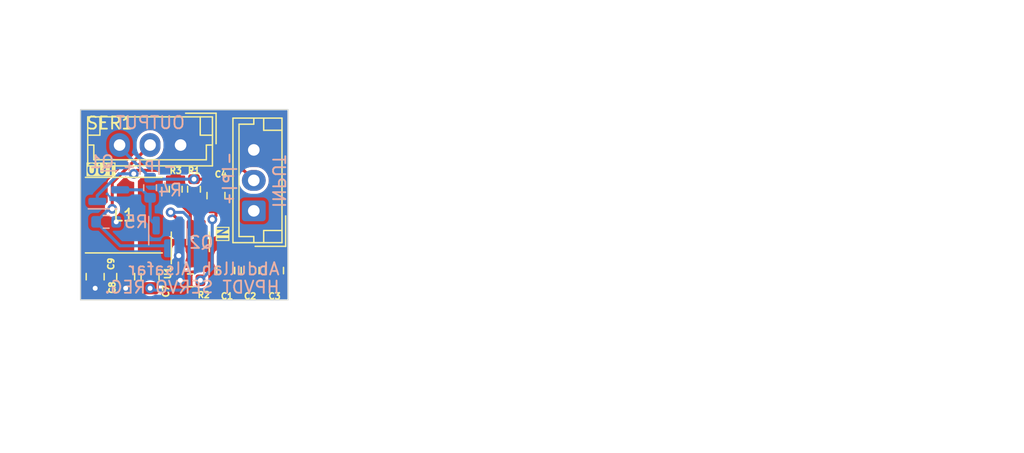
<source format=kicad_pcb>
(kicad_pcb (version 20221018) (generator pcbnew)
  (title_block (title "Aircraft Joystick Reader & Regulator - Servo") (date "2023-06-03") (rev "6") (company "Human Powered Vehicles Design Team @ UOFT"))
  (layers (0 "F.Cu" signal) (31 "B.Cu" signal) (34 "B.Paste" user) (35 "F.Paste" user) (36 "B.SilkS" user "B.Silkscreen") (37 "F.SilkS" user "F.Silkscreen") (38 "B.Mask" user) (39 "F.Mask" user) (44 "Edge.Cuts" user))
  (net 0 "")
  (net 1 "+5V")
  (net 2 "GND")
  (net 3 "Net-(U1-SW)")
  (net 4 "Net-(U1-VBST)")
  (net 5 "Net-(U1-EN)")
  (net 6 "SER^{IN}")
  (net 7 "Net-(J1-Pin_1)")
  (net 8 "Net-(Q1-D)")
  (net 9 "SER^{OUT}")
  (net 10 "Net-(U1-VFB)")
  (footprint "Capacitor_SMD:C_0805_2012Metric" (layer "F.Cu") (at 136.3 65.3 90)
    (fp_text reference "C8" (at -0.9 -1.1 90) (layer "F.SilkS") (effects (font (size 0.5 0.5) (thickness 0.125))))
    (fp_text value "22uF")
    (fp_line (start -0.261252 -0.735) (end 0.261252 -0.735) (stroke (width 0.12)) (layer "F.SilkS"))
    (fp_line (start -0.261252 0.735) (end 0.261252 0.735) (stroke (width 0.12)) (layer "F.SilkS"))
    (pad "1" smd roundrect (at -0.95 0 90) (size 1 1.45) (layers "F.Cu" "F.Paste" "F.Mask") (net 2 "GND"))
    (pad "2" smd roundrect (at 0.95 0 90) (size 1 1.45) (layers "F.Cu" "F.Paste" "F.Mask") (net 1 "+5V"))
  )
  (footprint "Capacitor_SMD:C_0805_2012Metric" (layer "F.Cu") (at 138.3 65.3 -90)
    (fp_text reference "C7" (at 1.2 -1.3 90) (layer "F.SilkS") (effects (font (size 0.5 0.5) (thickness 0.125))))
    (fp_text value "0.1uF")
    (fp_line (start -0.261252 -0.735) (end 0.261252 -0.735) (stroke (width 0.12)) (layer "F.SilkS"))
    (fp_line (start -0.261252 0.735) (end 0.261252 0.735) (stroke (width 0.12)) (layer "F.SilkS"))
    (pad "1" smd roundrect (at -0.95 0 270) (size 1 1.45) (layers "F.Cu" "F.Paste" "F.Mask") (net 3 "Net-(U1-SW)"))
    (pad "2" smd roundrect (at 0.95 0 270) (size 1 1.45) (layers "F.Cu" "F.Paste" "F.Mask") (net 4 "Net-(U1-VBST)"))
  )
  (footprint "Capacitor_SMD:C_0805_2012Metric" (layer "F.Cu") (at 143.7 58.65 90)
    (fp_text reference "C4" (at 1.75 0.4 180) (layer "F.SilkS") (effects (font (size 0.5 0.5) (thickness 0.125))))
    (fp_text value "0.1uF")
    (fp_line (start -0.261252 -0.735) (end 0.261252 -0.735) (stroke (width 0.12)) (layer "F.SilkS"))
    (fp_line (start -0.261252 0.735) (end 0.261252 0.735) (stroke (width 0.12)) (layer "F.SilkS"))
    (pad "1" smd roundrect (at -0.95 0 90) (size 1 1.45) (layers "F.Cu" "F.Paste" "F.Mask") (net 10 "Net-(U1-VFB)"))
    (pad "2" smd roundrect (at 0.95 0 90) (size 1 1.45) (layers "F.Cu" "F.Paste" "F.Mask") (net 1 "+5V"))
  )
  (footprint "Capacitor_SMD:C_0805_2012Metric" (layer "F.Cu") (at 146.5 64.8 90)
    (fp_text reference "C2" (at -2.1 0 180) (layer "F.SilkS") (effects (font (size 0.5 0.5) (thickness 0.125))))
    (fp_text value "22uF")
    (fp_line (start -0.261252 -0.735) (end 0.261252 -0.735) (stroke (width 0.12)) (layer "F.SilkS"))
    (fp_line (start -0.261252 0.735) (end 0.261252 0.735) (stroke (width 0.12)) (layer "F.SilkS"))
    (pad "1" smd roundrect (at -0.95 0 90) (size 1 1.45) (layers "F.Cu" "F.Paste" "F.Mask") (net 7 "Net-(J1-Pin_1)"))
    (pad "2" smd roundrect (at 0.95 0 90) (size 1 1.45) (layers "F.Cu" "F.Paste" "F.Mask") (net 2 "GND"))
  )
  (footprint "Inductor_SMD:L_Taiyo-Yuden_NR-60xx" (layer "F.Cu") (at 136.15 60.25)
    (fp_text reference "L1" (at 0 0) (layer "F.SilkS"))
    (fp_text value "3.3uH")
    (fp_line (start -3.15 -3.1) (end 3.15 -3.1) (stroke (width 0.12)) (layer "F.SilkS"))
    (fp_line (start -3.15 3.1) (end 3.15 3.1) (stroke (width 0.12)) (layer "F.SilkS"))
    (pad "1" smd rect (at -2.35 0) (size 1.6 5.7) (layers "F.Cu" "F.Paste" "F.Mask") (net 1 "+5V"))
    (pad "2" smd rect (at 2.35 0) (size 1.6 5.7) (layers "F.Cu" "F.Paste" "F.Mask") (net 3 "Net-(U1-SW)"))
  )
  (footprint "Resistor_SMD:R_0603_1608Metric" (layer "F.Cu") (at 141.9 58.125 -90)
    (fp_text reference "R1" (at -1.525 0 -180) (layer "F.SilkS") (effects (font (size 0.5 0.5) (thickness 0.125))))
    (fp_text value "54.9k")
    (fp_line (start -0.237258 -0.5225) (end 0.237258 -0.5225) (stroke (width 0.12)) (layer "F.SilkS"))
    (fp_line (start -0.237258 0.5225) (end 0.237258 0.5225) (stroke (width 0.12)) (layer "F.SilkS"))
    (pad "1" smd roundrect (at -0.825 0 270) (size 0.8 0.95) (layers "F.Cu" "F.Paste" "F.Mask") (net 1 "+5V"))
    (pad "2" smd roundrect (at 0.825 0 270) (size 0.8 0.95) (layers "F.Cu" "F.Paste" "F.Mask") (net 10 "Net-(U1-VFB)"))
  )
  (footprint "Capacitor_SMD:C_0805_2012Metric" (layer "F.Cu") (at 133.8 65.3 90)
    (fp_text reference "C9" (at 1.05 1.3 90) (layer "F.SilkS") (effects (font (size 0.5 0.5) (thickness 0.125))))
    (fp_text value "22uF")
    (fp_line (start -0.261252 -0.735) (end 0.261252 -0.735) (stroke (width 0.12)) (layer "F.SilkS"))
    (fp_line (start -0.261252 0.735) (end 0.261252 0.735) (stroke (width 0.12)) (layer "F.SilkS"))
    (pad "1" smd roundrect (at -0.95 0 90) (size 1 1.45) (layers "F.Cu" "F.Paste" "F.Mask") (net 2 "GND"))
    (pad "2" smd roundrect (at 0.95 0 90) (size 1 1.45) (layers "F.Cu" "F.Paste" "F.Mask") (net 1 "+5V"))
  )
  (footprint "Capacitor_SMD:C_0805_2012Metric" (layer "F.Cu") (at 144.5 64.8 90)
    (fp_text reference "C1" (at -2.1 0.1 180) (layer "F.SilkS") (effects (font (size 0.5 0.5) (thickness 0.125))))
    (fp_text value "22uF")
    (fp_line (start -0.261252 -0.735) (end 0.261252 -0.735) (stroke (width 0.12)) (layer "F.SilkS"))
    (fp_line (start -0.261252 0.735) (end 0.261252 0.735) (stroke (width 0.12)) (layer "F.SilkS"))
    (pad "1" smd roundrect (at -0.95 0 90) (size 1 1.45) (layers "F.Cu" "F.Paste" "F.Mask") (net 7 "Net-(J1-Pin_1)"))
    (pad "2" smd roundrect (at 0.95 0 90) (size 1 1.45) (layers "F.Cu" "F.Paste" "F.Mask") (net 2 "GND"))
  )
  (footprint "Resistor_SMD:R_0603_1608Metric" (layer "F.Cu") (at 141.6 65.6)
    (fp_text reference "R2" (at 1.1 1.2) (layer "F.SilkS") (effects (font (size 0.5 0.5) (thickness 0.125) bold)))
    (fp_text value "10k")
    (fp_line (start -0.237258 -0.5225) (end 0.237258 -0.5225) (stroke (width 0.12)) (layer "F.SilkS"))
    (fp_line (start -0.237258 0.5225) (end 0.237258 0.5225) (stroke (width 0.12)) (layer "F.SilkS"))
    (pad "1" smd roundrect (at -0.825 0) (size 0.8 0.95) (layers "F.Cu" "F.Paste" "F.Mask") (net 2 "GND"))
    (pad "2" smd roundrect (at 0.825 0) (size 0.8 0.95) (layers "F.Cu" "F.Paste" "F.Mask") (net 10 "Net-(U1-VFB)"))
  )
  (footprint "Connector_JST:JST_EH_B3B-EH-A_1x03_P2.50mm_Vertical" (layer "F.Cu") (at 140.8 54.5 180)
    (fp_text reference "SER1" (at 5.8 1.8) (layer "F.SilkS"))
    (fp_text value "Conn_01x03_Pin")
    (fp_line (start -2.91 0.11) (end -2.91 2.61) (stroke (width 0.12)) (layer "F.SilkS"))
    (fp_line (start -2.91 2.61) (end -0.41 2.61) (stroke (width 0.12)) (layer "F.SilkS"))
    (fp_line (start -2.61 -1.71) (end -2.61 2.31) (stroke (width 0.12)) (layer "F.SilkS"))
    (fp_line (start -2.61 0) (end -2.11 0) (stroke (width 0.12)) (layer "F.SilkS"))
    (fp_line (start -2.61 0.81) (end -1.61 0.81) (stroke (width 0.12)) (layer "F.SilkS"))
    (fp_line (start -2.61 2.31) (end 7.61 2.31) (stroke (width 0.12)) (layer "F.SilkS"))
    (fp_line (start -2.11 -1.21) (end 7.11 -1.21) (stroke (width 0.12)) (layer "F.SilkS"))
    (fp_line (start -2.11 0) (end -2.11 -1.21) (stroke (width 0.12)) (layer "F.SilkS"))
    (fp_line (start -1.61 0.81) (end -1.61 2.31) (stroke (width 0.12)) (layer "F.SilkS"))
    (fp_line (start 6.61 0.81) (end 6.61 2.31) (stroke (width 0.12)) (layer "F.SilkS"))
    (fp_line (start 7.11 -1.21) (end 7.11 0) (stroke (width 0.12)) (layer "F.SilkS"))
    (fp_line (start 7.11 0) (end 7.61 0) (stroke (width 0.12)) (layer "F.SilkS"))
    (fp_line (start 7.61 -1.71) (end -2.61 -1.71) (stroke (width 0.12)) (layer "F.SilkS"))
    (fp_line (start 7.61 0.81) (end 6.61 0.81) (stroke (width 0.12)) (layer "F.SilkS"))
    (fp_line (start 7.61 2.31) (end 7.61 -1.71) (stroke (width 0.12)) (layer "F.SilkS"))
    (pad "1" thru_hole roundrect (at 0 0 180) (size 1.7 1.95) (drill 0.95) (layers "*.Cu" "*.Mask") (roundrect_rratio 0.1470588235) (net 2 "GND"))
    (pad "2" thru_hole oval (at 2.5 0 180) (size 1.7 1.95) (drill 0.95) (layers "*.Cu" "*.Mask") (net 9 "SER^{OUT}"))
    (pad "3" thru_hole oval (at 5 0 180) (size 1.7 1.95) (drill 0.95) (layers "*.Cu" "*.Mask") (net 1 "+5V"))
  )
  (footprint "Resistor_SMD:R_0603_1608Metric" (layer "F.Cu") (at 140.4 58.125 90)
    (fp_text reference "R3" (at 1.525 0 180) (layer "F.SilkS") (effects (font (size 0.5 0.5) (thickness 0.125))))
    (fp_text value "10k")
    (fp_line (start -0.237258 -0.5225) (end 0.237258 -0.5225) (stroke (width 0.12)) (layer "F.SilkS"))
    (fp_line (start -0.237258 0.5225) (end 0.237258 0.5225) (stroke (width 0.12)) (layer "F.SilkS"))
    (pad "1" smd roundrect (at -0.825 0 90) (size 0.8 0.95) (layers "F.Cu" "F.Paste" "F.Mask") (net 5 "Net-(U1-EN)"))
    (pad "2" smd roundrect (at 0.825 0 90) (size 0.8 0.95) (layers "F.Cu" "F.Paste" "F.Mask") (net 7 "Net-(J1-Pin_1)"))
  )
  (footprint "Connector_JST:JST_EH_B3B-EH-A_1x03_P2.50mm_Vertical" (layer "F.Cu") (at 146.8 59.9 90)
    (fp_text reference "J1" hide)
    (fp_text value "Conn_01x03_Socket")
    (fp_line (start -2.91 0.11) (end -2.91 2.61) (stroke (width 0.12)) (layer "F.SilkS"))
    (fp_line (start -2.91 2.61) (end -0.41 2.61) (stroke (width 0.12)) (layer "F.SilkS"))
    (fp_line (start -2.61 -1.71) (end -2.61 2.31) (stroke (width 0.12)) (layer "F.SilkS"))
    (fp_line (start -2.61 0) (end -2.11 0) (stroke (width 0.12)) (layer "F.SilkS"))
    (fp_line (start -2.61 0.81) (end -1.61 0.81) (stroke (width 0.12)) (layer "F.SilkS"))
    (fp_line (start -2.61 2.31) (end 7.61 2.31) (stroke (width 0.12)) (layer "F.SilkS"))
    (fp_line (start -2.11 -1.21) (end 7.11 -1.21) (stroke (width 0.12)) (layer "F.SilkS"))
    (fp_line (start -2.11 0) (end -2.11 -1.21) (stroke (width 0.12)) (layer "F.SilkS"))
    (fp_line (start -1.61 0.81) (end -1.61 2.31) (stroke (width 0.12)) (layer "F.SilkS"))
    (fp_line (start 6.61 0.81) (end 6.61 2.31) (stroke (width 0.12)) (layer "F.SilkS"))
    (fp_line (start 7.11 -1.21) (end 7.11 0) (stroke (width 0.12)) (layer "F.SilkS"))
    (fp_line (start 7.11 0) (end 7.61 0) (stroke (width 0.12)) (layer "F.SilkS"))
    (fp_line (start 7.61 -1.71) (end -2.61 -1.71) (stroke (width 0.12)) (layer "F.SilkS"))
    (fp_line (start 7.61 0.81) (end 6.61 0.81) (stroke (width 0.12)) (layer "F.SilkS"))
    (fp_line (start 7.61 2.31) (end 7.61 -1.71) (stroke (width 0.12)) (layer "F.SilkS"))
    (pad "1" thru_hole roundrect (at 0 0 90) (size 1.7 1.95) (drill 0.95) (layers "*.Cu" "*.Mask") (roundrect_rratio 0.1470588235) (net 7 "Net-(J1-Pin_1)"))
    (pad "2" thru_hole oval (at 2.5 0 90) (size 1.7 1.95) (drill 0.95) (layers "*.Cu" "*.Mask") (net 6 "SER^{IN}"))
    (pad "3" thru_hole oval (at 5 0 90) (size 1.7 1.95) (drill 0.95) (layers "*.Cu" "*.Mask") (net 2 "GND"))
  )
  (footprint "Package_TO_SOT_SMD:TSOT-23-6" (layer "F.Cu") (at 141.6 62.4375 90)
    (fp_text reference "U1" (at -2.5625 -1.85 90) (layer "F.SilkS") (effects (font (size 0.5 0.5) (thickness 0.125))))
    (fp_text value "TPS563208DDCR")
    (fp_line (start 0 -1.56) (end -1.8 -1.56) (stroke (width 0.12)) (layer "F.SilkS"))
    (fp_line (start 0 -1.56) (end 0.8 -1.56) (stroke (width 0.12)) (layer "F.SilkS"))
    (fp_line (start 0 1.56) (end -0.8 1.56) (stroke (width 0.12)) (layer "F.SilkS"))
    (fp_line (start 0 1.56) (end 0.8 1.56) (stroke (width 0.12)) (layer "F.SilkS"))
    (pad "1" smd roundrect (at -1.1375 -0.95 90) (size 1.325 0.6) (layers "F.Cu" "F.Paste" "F.Mask") (net 2 "GND"))
    (pad "2" smd roundrect (at -1.1375 0 90) (size 1.325 0.6) (layers "F.Cu" "F.Paste" "F.Mask") (net 3 "Net-(U1-SW)"))
    (pad "3" smd roundrect (at -1.1375 0.95 90) (size 1.325 0.6) (layers "F.Cu" "F.Paste" "F.Mask") (net 7 "Net-(J1-Pin_1)"))
    (pad "4" smd roundrect (at 1.1375 0.95 90) (size 1.325 0.6) (layers "F.Cu" "F.Paste" "F.Mask") (net 10 "Net-(U1-VFB)"))
    (pad "5" smd roundrect (at 1.1375 0 90) (size 1.325 0.6) (layers "F.Cu" "F.Paste" "F.Mask") (net 5 "Net-(U1-EN)"))
    (pad "6" smd roundrect (at 1.1375 -0.95 90) (size 1.325 0.6) (layers "F.Cu" "F.Paste" "F.Mask") (net 4 "Net-(U1-VBST)"))
  )
  (footprint "Capacitor_SMD:C_0805_2012Metric" (layer "F.Cu") (at 148.5 64.8 90)
    (fp_text reference "C3" (at -2.1 0 180) (layer "F.SilkS") (effects (font (size 0.5 0.5) (thickness 0.125))))
    (fp_text value "22uF")
    (fp_line (start -0.261252 -0.735) (end 0.261252 -0.735) (stroke (width 0.12)) (layer "F.SilkS"))
    (fp_line (start -0.261252 0.735) (end 0.261252 0.735) (stroke (width 0.12)) (layer "F.SilkS"))
    (pad "1" smd roundrect (at -0.95 0 90) (size 1 1.45) (layers "F.Cu" "F.Paste" "F.Mask") (net 7 "Net-(J1-Pin_1)"))
    (pad "2" smd roundrect (at 0.95 0 90) (size 1 1.45) (layers "F.Cu" "F.Paste" "F.Mask") (net 2 "GND"))
  )
  (footprint "Package_TO_SOT_SMD:SOT-23" (layer "B.Cu") (at 134.9125 58.175)
    (fp_text reference "Q1" (at -0.5625 -2.3) (layer "B.SilkS") (effects (justify mirror)))
    (fp_text value "2N7002K")
    (fp_line (start 0 -1.56) (end -0.65 -1.56) (stroke (width 0.12)) (layer "B.SilkS"))
    (fp_line (start 0 -1.56) (end 0.65 -1.56) (stroke (width 0.12)) (layer "B.SilkS"))
    (fp_line (start 0 1.56) (end -1.675 1.56) (stroke (width 0.12)) (layer "B.SilkS"))
    (fp_line (start 0 1.56) (end 0.65 1.56) (stroke (width 0.12)) (layer "B.SilkS"))
    (pad "1" smd roundrect (at -0.9375 0.95) (size 1.475 0.6) (layers "B.Cu" "B.Paste" "B.Mask") (net 6 "SER^{IN}"))
    (pad "2" smd roundrect (at -0.9375 -0.95) (size 1.475 0.6) (layers "B.Cu" "B.Paste" "B.Mask") (net 2 "GND"))
    (pad "3" smd roundrect (at 0.9375 0) (size 1.475 0.6) (layers "B.Cu" "B.Paste" "B.Mask") (net 8 "Net-(Q1-D)"))
  )
  (footprint "Resistor_SMD:R_0603_1608Metric" (layer "B.Cu") (at 134.7 60.8 180)
    (fp_text reference "R5" (at -2.45 0 180) (layer "B.SilkS") (effects (justify mirror)))
    (fp_text value "430")
    (fp_line (start -0.237258 -0.5225) (end 0.237258 -0.5225) (stroke (width 0.12)) (layer "B.SilkS"))
    (fp_line (start -0.237258 0.5225) (end 0.237258 0.5225) (stroke (width 0.12)) (layer "B.SilkS"))
    (pad "1" smd roundrect (at -0.825 0 180) (size 0.8 0.95) (layers "B.Cu" "B.Paste" "B.Mask") (net 1 "+5V"))
    (pad "2" smd roundrect (at 0.825 0 180) (size 0.8 0.95) (layers "B.Cu" "B.Paste" "B.Mask") (net 9 "SER^{OUT}"))
  )
  (footprint "Package_TO_SOT_SMD:SOT-23" (layer "B.Cu") (at 139.75 62.0375 -90)
    (fp_text reference "Q2" (at 0.4465 -2.744) (layer "B.SilkS") (effects (justify mirror)))
    (fp_text value "2N7002K")
    (fp_line (start 0 -1.56) (end -0.65 -1.56) (stroke (width 0.12)) (layer "B.SilkS"))
    (fp_line (start 0 -1.56) (end 0.65 -1.56) (stroke (width 0.12)) (layer "B.SilkS"))
    (fp_line (start 0 1.56) (end -1.675 1.56) (stroke (width 0.12)) (layer "B.SilkS"))
    (fp_line (start 0 1.56) (end 0.65 1.56) (stroke (width 0.12)) (layer "B.SilkS"))
    (pad "1" smd roundrect (at -0.9375 0.95 270) (size 1.475 0.6) (layers "B.Cu" "B.Paste" "B.Mask") (net 8 "Net-(Q1-D)"))
    (pad "2" smd roundrect (at -0.9375 -0.95 270) (size 1.475 0.6) (layers "B.Cu" "B.Paste" "B.Mask") (net 2 "GND"))
    (pad "3" smd roundrect (at 0.9375 0 270) (size 1.475 0.6) (layers "B.Cu" "B.Paste" "B.Mask") (net 9 "SER^{OUT}"))
  )
  (footprint "Resistor_SMD:R_0603_1608Metric" (layer "B.Cu") (at 138.3 58 -90)
    (fp_text reference "R4" (at 0.2 -1.65 -180) (layer "B.SilkS") (effects (justify mirror)))
    (fp_text value "430")
    (fp_line (start -0.237258 -0.5225) (end 0.237258 -0.5225) (stroke (width 0.12)) (layer "B.SilkS"))
    (fp_line (start -0.237258 0.5225) (end 0.237258 0.5225) (stroke (width 0.12)) (layer "B.SilkS"))
    (pad "1" smd roundrect (at -0.825 0 270) (size 0.8 0.95) (layers "B.Cu" "B.Paste" "B.Mask") (net 1 "+5V"))
    (pad "2" smd roundrect (at 0.825 0 270) (size 0.8 0.95) (layers "B.Cu" "B.Paste" "B.Mask") (net 8 "Net-(Q1-D)"))
  )
  (gr_rect (start 132.6 51.6) (end 149.6 67.2) (stroke (width 0.1)) (fill none) (layer "Edge.Cuts"))
  (gr_text "OUTPUT" (at 141.25 53.25) (layer "B.SilkS") (effects (font (size 1 1)) (justify left bottom mirror)))
  (gr_text "-|P|+" (at 138.25 56.25) (layer "B.SilkS") (effects (font (size 0.8 0.8) (thickness 0.15) bold) (justify mirror)))
  (gr_text "HPVDT SERVO REG." (at 149 66.75) (layer "B.SilkS") (effects (font (size 1 1)) (justify left bottom mirror)))
  (gr_text "Abdullah Alsafar" (at 149 65.25) (layer "B.SilkS") (effects (font (size 1 1)) (justify left bottom mirror)))
  (gr_text "-|P|+" (at 144.75 57.25 90) (layer "B.SilkS") (effects (font (size 0.8 0.8) (thickness 0.15) bold) (justify mirror)))
  (gr_text "INPUT" (at 148.25 59.75 -90) (layer "B.SilkS") (effects (font (size 1 1)) (justify left bottom mirror)))
  (gr_text "IN" (at 144.75 62.5 90) (layer "F.SilkS" knockout) (effects (font (size 0.8 0.8)) (justify left bottom)))
  (gr_text "OUT" (at 133 57) (layer "F.SilkS" knockout) (effects (font (size 0.8 0.8)) (justify left bottom)))
  (segment (start 141.9 57.3) (end 143.3 57.3) (width 0.25) (layer "F.Cu") (net 1))
  (segment (start 133.8 60.25) (end 133.8 56.5) (width 0.25) (layer "F.Cu") (net 1))
  (segment (start 134.35 60.8) (end 133.8 60.25) (width 0.25) (layer "F.Cu") (net 1))
  (segment (start 135.525 60.8) (end 134.35 60.8) (width 0.25) (layer "F.Cu") (net 1))
  (segment (start 143.3 57.3) (end 143.7 57.7) (width 0.25) (layer "F.Cu") (net 1))
  (segment (start 133.8 64.35) (end 133.805698 64.344302) (width 0.25) (layer "F.Cu") (net 1))
  (segment (start 133.8 56.5) (end 133.6245 56.3245) (width 0.25) (layer "F.Cu") (net 1))
  (via (at 141.9 57.3) (size 0.8) (drill 0.4) (layers "F.Cu" "B.Cu") (net 1))
  (via (at 135.525 60.8) (size 0.8) (drill 0.4) (layers "F.Cu" "B.Cu") (net 1))
  (segment (start 135.8 54.675) (end 138.3 57.175) (width 0.25) (layer "B.Cu") (net 1))
  (segment (start 135.8 54.5) (end 135.8 54.8) (width 0.25) (layer "B.Cu") (net 1))
  (segment (start 135.8 54.5) (end 135.8 54.675) (width 0.25) (layer "B.Cu") (net 1))
  (segment (start 141.9 57.3) (end 138.425 57.3) (width 0.25) (layer "B.Cu") (net 1))
  (segment (start 135.8 54.675) (end 135.8 54.8) (width 0.25) (layer "B.Cu") (net 1))
  (segment (start 138.425 57.3) (end 138.3 57.175) (width 0.25) (layer "B.Cu") (net 1))
  (segment (start 148.2 54.95) (end 148.6 55.35) (width 0.25) (layer "F.Cu") (net 2))
  (segment (start 148.15 54.9) (end 148.2 54.95) (width 0.25) (layer "F.Cu") (net 2))
  (segment (start 148.2 52.8) (end 148.2 54.95) (width 0.25) (layer "F.Cu") (net 2))
  (segment (start 148.6 55.35) (end 148.6 63.75) (width 0.25) (layer "F.Cu") (net 2))
  (segment (start 144.5 63.85) (end 146.5 63.85) (width 0.25) (layer "F.Cu") (net 2))
  (segment (start 146.8 54.9) (end 148.15 54.9) (width 0.25) (layer "F.Cu") (net 2))
  (segment (start 146.5 63.85) (end 148.5 63.85) (width 0.25) (layer "F.Cu") (net 2))
  (segment (start 148.6 63.75) (end 148.5 63.85) (width 0.25) (layer "F.Cu") (net 2))
  (segment (start 140.8 54.5) (end 140.8 52.6) (width 0.25) (layer "F.Cu") (net 2))
  (segment (start 140.8 52.6) (end 148 52.6) (width 0.25) (layer "F.Cu") (net 2))
  (segment (start 140.65 65.475) (end 140.775 65.6) (width 0.25) (layer "F.Cu") (net 2))
  (segment (start 148 52.6) (end 148.2 52.8) (width 0.25) (layer "F.Cu") (net 2))
  (via (at 133.8 66.25) (size 0.8) (drill 0.4) (layers "F.Cu" "B.Cu") (net 2))
  (via (at 140.65 63.575) (size 0.8) (drill 0.4) (layers "F.Cu" "B.Cu") (net 2))
  (via (at 140.775 65.6) (size 0.8) (drill 0.4) (layers "F.Cu" "B.Cu") (net 2))
  (via (at 136.3 66.25) (size 0.8) (drill 0.4) (layers "F.Cu" "B.Cu") (net 2))
  (segment (start 140.65 63.575) (end 140.65 65.475) (width 0.25) (layer "B.Cu") (net 2))
  (segment (start 140.65 65.475) (end 140.775 65.6) (width 0.25) (layer "B.Cu") (net 2))
  (segment (start 140.7 63.525) (end 140.7 61.1) (width 0.25) (layer "B.Cu") (net 2))
  (segment (start 140.7 61.1) (end 140.7 63.5) (width 0.25) (layer "B.Cu") (net 2))
  (segment (start 140.65 63.575) (end 140.7 63.525) (width 0.25) (layer "B.Cu") (net 2))
  (segment (start 140.65 61.3) (end 140.65 60.683674) (width 0.25) (layer "F.Cu") (net 4))
  (segment (start 140.65 60.683674) (end 139.985632 60.019306) (width 0.25) (layer "F.Cu") (net 4))
  (via (at 138.3 66.25) (size 0.8) (drill 0.4) (layers "F.Cu" "B.Cu") (net 4))
  (via (at 139.985632 60.019306) (size 0.8) (drill 0.4) (layers "F.Cu" "B.Cu") (net 4))
  (segment (start 141.5 65.900305) (end 141.000305 66.4) (width 0.25) (layer "B.Cu") (net 4))
  (segment (start 141.000305 66.4) (end 138.45 66.4) (width 0.25) (layer "B.Cu") (net 4))
  (segment (start 139.985632 60.019306) (end 141.028557 60.019306) (width 0.25) (layer "B.Cu") (net 4))
  (segment (start 141.5 60.490749) (end 141.5 65.900305) (width 0.25) (layer "B.Cu") (net 4))
  (segment (start 138.45 66.4) (end 138.3 66.25) (width 0.25) (layer "B.Cu") (net 4))
  (segment (start 141.028557 60.019306) (end 141.5 60.490749) (width 0.25) (layer "B.Cu") (net 4))
  (segment (start 141.6 60.15) (end 141.6 61.3) (width 0.25) (layer "F.Cu") (net 5))
  (segment (start 140.4 58.95) (end 141.6 60.15) (width 0.25) (layer "F.Cu") (net 5))
  (segment (start 137.25 56.575) (end 145.975 56.575) (width 0.25) (layer "F.Cu") (net 6))
  (segment (start 136.962701 56.862299) (end 137.25 56.575) (width 0.25) (layer "F.Cu") (net 6))
  (segment (start 145.975 56.575) (end 146.8 57.4) (width 0.25) (layer "F.Cu") (net 6))
  (via (at 136.962701 56.862299) (size 0.8) (drill 0.4) (layers "F.Cu" "B.Cu") (net 6))
  (segment (start 133.975 59.125) (end 133.975 58.64075) (width 0.25) (layer "B.Cu") (net 6))
  (segment (start 135.753451 56.862299) (end 136.962701 56.862299) (width 0.25) (layer "B.Cu") (net 6))
  (segment (start 133.975 58.64075) (end 135.753451 56.862299) (width 0.25) (layer "B.Cu") (net 6))
  (segment (start 142.55 63.8) (end 144.5 65.75) (width 0.25) (layer "F.Cu") (net 7))
  (segment (start 146.7 59.9) (end 146.7 60.3) (width 0.5) (layer "F.Cu") (net 7))
  (segment (start 142.55 63.575) (end 142.55 63.8) (width 0.25) (layer "F.Cu") (net 7))
  (segment (start 146.8 59.9) (end 146.7 59.9) (width 0.25) (layer "F.Cu") (net 7))
  (segment (start 142.55 63.3375) (end 142.55 63.8) (width 0.25) (layer "F.Cu") (net 7))
  (segment (start 143.125 63.575) (end 146.8 59.9) (width 0.25) (layer "F.Cu") (net 7))
  (segment (start 144.5 65.75) (end 146.5 65.75) (width 0.25) (layer "F.Cu") (net 7))
  (segment (start 146.5 65.75) (end 148.5 65.75) (width 0.25) (layer "F.Cu") (net 7))
  (segment (start 142.55 63.575) (end 143.125 63.575) (width 0.25) (layer "F.Cu") (net 7))
  (segment (start 138.3 60.6) (end 138.8 61.1) (width 0.25) (layer "B.Cu") (net 8))
  (segment (start 137.65 58.175) (end 138.3 58.825) (width 0.25) (layer "B.Cu") (net 8))
  (segment (start 135.85 58.175) (end 137.65 58.175) (width 0.25) (layer "B.Cu") (net 8))
  (segment (start 138.3 58.825) (end 138.3 60.6) (width 0.25) (layer "B.Cu") (net 8))
  (segment (start 138 54.8) (end 138.3 54.8) (width 0.25) (layer "F.Cu") (net 9))
  (segment (start 135.199502 59.735411) (end 135.199502 57.600498) (width 0.25) (layer "F.Cu") (net 9))
  (segment (start 135.199502 57.600498) (end 138 54.8) (width 0.25) (layer "F.Cu") (net 9))
  (segment (start 138.3 54.5) (end 135.199502 57.600498) (width 0.25) (layer "F.Cu") (net 9))
  (via (at 135.199502 59.735411) (size 0.8) (drill 0.4) (layers "F.Cu" "B.Cu") (net 9))
  (segment (start 134.857538 59.8) (end 134.7 59.957538) (width 0.25) (layer "B.Cu") (net 9))
  (segment (start 135.199502 59.735411) (end 135.134913 59.8) (width 0.25) (layer "B.Cu") (net 9))
  (segment (start 134.7 59.957538) (end 134.7 59.975) (width 0.25) (layer "B.Cu") (net 9))
  (segment (start 135.842572 62.767572) (end 139.542572 62.767572) (width 0.25) (layer "B.Cu") (net 9))
  (segment (start 134.7 59.975) (end 133.875 60.8) (width 0.25) (layer "B.Cu") (net 9))
  (segment (start 139.542572 62.767572) (end 139.75 62.975) (width 0.25) (layer "B.Cu") (net 9))
  (segment (start 133.875 60.8) (end 135.842572 62.767572) (width 0.25) (layer "B.Cu") (net 9))
  (segment (start 135.134913 59.8) (end 134.857538 59.8) (width 0.25) (layer "B.Cu") (net 9))
  (segment (start 143.35 59.425) (end 143.35 59.6) (width 0.25) (layer "F.Cu") (net 10))
  (segment (start 142.375 59.425) (end 142.8 59.425) (width 0.25) (layer "F.Cu") (net 10))
  (segment (start 141.9 58.95) (end 142.375 59.425) (width 0.25) (layer "F.Cu") (net 10))
  (segment (start 143.7 60.3) (end 143.4 60.6) (width 0.25) (layer "F.Cu") (net 10))
  (segment (start 143.7 59.6) (end 143.7 60.3) (width 0.25) (layer "F.Cu") (net 10))
  (segment (start 142.8 59.425) (end 143.35 59.425) (width 0.25) (layer "F.Cu") (net 10))
  (segment (start 142.8 59.425) (end 142.55 59.675) (width 0.25) (layer "F.Cu") (net 10))
  (segment (start 142.55 59.675) (end 142.55 61.3) (width 0.25) (layer "F.Cu") (net 10))
  (via (at 142.425 65.6) (size 0.8) (drill 0.4) (layers "F.Cu" "B.Cu") (net 10))
  (via (at 143.4 60.6) (size 0.8) (drill 0.4) (layers "F.Cu" "B.Cu") (net 10))
  (segment (start 142.425 65.6) (end 143.392865 64.632135) (width 0.25) (layer "B.Cu") (net 10))
  (segment (start 143.392865 64.632135) (end 143.392865 60.607135) (width 0.25) (layer "B.Cu") (net 10))
  (segment (start 143.392865 60.607135) (end 143.4 60.6) (width 0.25) (layer "B.Cu") (net 10))
  (zone (net 7) (net_name "Net-(J1-Pin_1)") (layer "F.Cu") (priority 3) (connect_pads yes (clearance 0.25)) (min_thickness 0.15) (fill yes (thermal_gap 0.25) (thermal_bridge_width 0.15))
    (polygon (pts (xy 148.4 61.4) (xy 143.6 63.2) (xy 143.6 64.6) (xy 144.5 64.8) (xy 149.2 64.8) (xy 149.2 66.3) (xy 142.700022 66.3) (xy 142.2 66.174995) (xy 142.2 65.6) (xy 142.2 62.6) (xy 145 61.4)))
  )
  (zone (net 2) (net_name "GND") (layer "F.Cu") (connect_pads yes (clearance 0.25)) (min_thickness 0.15) (fill yes (thermal_gap 0.25) (thermal_bridge_width 0.15))
    (polygon (pts (xy 126 42.6) (xy 156.6 42.6) (xy 156.6 79.8) (xy 126 79.8)))
  )
  (zone (net 3) (net_name "Net-(U1-SW)") (layer "F.Cu") (priority 2) (connect_pads yes (clearance 0.25)) (min_thickness 0.15) (fill yes (thermal_gap 0.25) (thermal_bridge_width 0.15))
    (polygon (pts (xy 139.5 57.2) (xy 139.6 61.8) (xy 140.1 62.2) (xy 142 62.2) (xy 142 64.510814) (xy 138.49738 64.889476) (xy 137.3 64.65) (xy 137.3 57.2) (xy 139.4 57.2)))
  )
  (zone (net 7) (net_name "Net-(J1-Pin_1)") (layer "F.Cu") (priority 3) (connect_pads yes (clearance 0.25)) (min_thickness 0.15) (fill yes (thermal_gap 0.25) (thermal_bridge_width 0.15))
    (polygon (pts (xy 144.8 57) (xy 145.6 58.6) (xy 148.4 58.6) (xy 148.4 61.4) (xy 145 61.4) (xy 144.8 59) (xy 139.6 58.8) (xy 139.6 57)))
  )
  (zone (net 1) (net_name "+5V") (layer "F.Cu") (priority 2) (connect_pads yes (clearance 0.25)) (min_thickness 0.15) (fill yes (thermal_gap 0.25) (thermal_bridge_width 0.15))
    (polygon (pts (xy 132.8 53) (xy 137 53) (xy 137 64.575) (xy 136.75 64.95) (xy 132.8 64.95)))
  )
  (zone (net 2) (net_name "GND") (layer "B.Cu") (connect_pads yes (clearance 0.25)) (min_thickness 0.15) (fill yes (thermal_gap 0.25) (thermal_bridge_width 0.15))
    (polygon (pts (xy 126 42.6) (xy 156.6 42.6) (xy 156.6 79.8) (xy 126 79.8)))
  )
)
</source>
